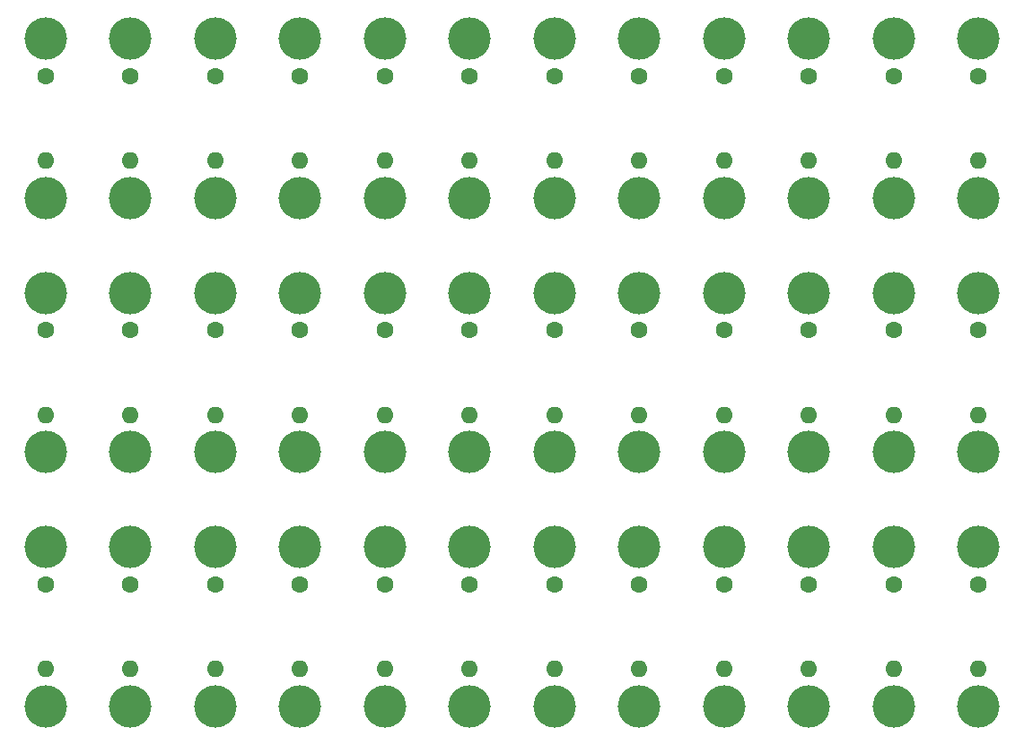
<source format=gbr>
%TF.GenerationSoftware,KiCad,Pcbnew,8.0.2*%
%TF.CreationDate,2024-06-26T22:47:50+07:00*%
%TF.ProjectId,resistor_pitch_15mm_Panel,72657369-7374-46f7-925f-70697463685f,rev?*%
%TF.SameCoordinates,Original*%
%TF.FileFunction,Soldermask,Top*%
%TF.FilePolarity,Negative*%
%FSLAX46Y46*%
G04 Gerber Fmt 4.6, Leading zero omitted, Abs format (unit mm)*
G04 Created by KiCad (PCBNEW 8.0.2) date 2024-06-26 22:47:50*
%MOMM*%
%LPD*%
G01*
G04 APERTURE LIST*
%ADD10C,4.000000*%
%ADD11C,1.600000*%
%ADD12O,1.600000X1.600000*%
G04 APERTURE END LIST*
D10*
%TO.C,J2*%
X3000000Y-50500500D03*
%TD*%
%TO.C,J1*%
X43000000Y-11500500D03*
%TD*%
%TO.C,J1*%
X11000000Y-59500500D03*
%TD*%
D11*
%TO.C,R1*%
X75000000Y-14990500D03*
D12*
X75000000Y-22990500D03*
%TD*%
D10*
%TO.C,J1*%
X59000000Y-59500500D03*
%TD*%
%TO.C,J2*%
X75000000Y-50500500D03*
%TD*%
%TO.C,J2*%
X67000000Y-50500500D03*
%TD*%
%TO.C,J2*%
X75000000Y-26500500D03*
%TD*%
%TO.C,J1*%
X35000000Y-59500500D03*
%TD*%
D11*
%TO.C,R1*%
X91000000Y-38990500D03*
D12*
X91000000Y-46990500D03*
%TD*%
D10*
%TO.C,J2*%
X67000000Y-26500500D03*
%TD*%
D11*
%TO.C,R1*%
X19000000Y-62990500D03*
D12*
X19000000Y-70990500D03*
%TD*%
D11*
%TO.C,R1*%
X35000000Y-38990500D03*
D12*
X35000000Y-46990500D03*
%TD*%
D10*
%TO.C,J1*%
X91000000Y-59500500D03*
%TD*%
%TO.C,J1*%
X83000000Y-11500500D03*
%TD*%
D11*
%TO.C,R1*%
X35000000Y-62990500D03*
D12*
X35000000Y-70990500D03*
%TD*%
D11*
%TO.C,R1*%
X59000000Y-14990500D03*
D12*
X59000000Y-22990500D03*
%TD*%
D10*
%TO.C,J1*%
X51000000Y-59500500D03*
%TD*%
%TO.C,J2*%
X51000000Y-26500500D03*
%TD*%
D11*
%TO.C,R1*%
X11000000Y-62990500D03*
D12*
X11000000Y-70990500D03*
%TD*%
D11*
%TO.C,R1*%
X83000000Y-38990500D03*
D12*
X83000000Y-46990500D03*
%TD*%
D10*
%TO.C,J2*%
X59000000Y-50500500D03*
%TD*%
D11*
%TO.C,R1*%
X83000000Y-62990500D03*
D12*
X83000000Y-70990500D03*
%TD*%
D10*
%TO.C,J1*%
X91000000Y-35500500D03*
%TD*%
%TO.C,J2*%
X35000000Y-26500500D03*
%TD*%
%TO.C,J1*%
X27000000Y-59500500D03*
%TD*%
%TO.C,J1*%
X67000000Y-11500500D03*
%TD*%
%TO.C,J1*%
X11000000Y-35500500D03*
%TD*%
%TO.C,J2*%
X19000000Y-50500500D03*
%TD*%
%TO.C,J2*%
X59000000Y-74500500D03*
%TD*%
D11*
%TO.C,R1*%
X43000000Y-62990500D03*
D12*
X43000000Y-70990500D03*
%TD*%
D10*
%TO.C,J2*%
X3000000Y-74500500D03*
%TD*%
D11*
%TO.C,R1*%
X75000000Y-38990500D03*
D12*
X75000000Y-46990500D03*
%TD*%
D10*
%TO.C,J1*%
X83000000Y-59500500D03*
%TD*%
D11*
%TO.C,R1*%
X83000000Y-14990500D03*
D12*
X83000000Y-22990500D03*
%TD*%
D10*
%TO.C,J1*%
X3000000Y-11500500D03*
%TD*%
D11*
%TO.C,R1*%
X11000000Y-14990500D03*
D12*
X11000000Y-22990500D03*
%TD*%
D10*
%TO.C,J2*%
X43000000Y-74500500D03*
%TD*%
D11*
%TO.C,R1*%
X59000000Y-38990500D03*
D12*
X59000000Y-46990500D03*
%TD*%
D10*
%TO.C,J1*%
X75000000Y-11500500D03*
%TD*%
D11*
%TO.C,R1*%
X59000000Y-62990500D03*
D12*
X59000000Y-70990500D03*
%TD*%
D10*
%TO.C,J1*%
X35000000Y-11500500D03*
%TD*%
D11*
%TO.C,R1*%
X51000000Y-14990500D03*
D12*
X51000000Y-22990500D03*
%TD*%
D10*
%TO.C,J1*%
X59000000Y-35500500D03*
%TD*%
%TO.C,J1*%
X83000000Y-35500500D03*
%TD*%
%TO.C,J2*%
X43000000Y-50500500D03*
%TD*%
%TO.C,J2*%
X91000000Y-50500500D03*
%TD*%
%TO.C,J1*%
X43000000Y-35500500D03*
%TD*%
%TO.C,J2*%
X11000000Y-74500500D03*
%TD*%
%TO.C,J2*%
X59000000Y-26500500D03*
%TD*%
%TO.C,J1*%
X43000000Y-59500500D03*
%TD*%
%TO.C,J2*%
X83000000Y-74500500D03*
%TD*%
D11*
%TO.C,R1*%
X27000000Y-14990500D03*
D12*
X27000000Y-22990500D03*
%TD*%
D10*
%TO.C,J2*%
X27000000Y-50500500D03*
%TD*%
D11*
%TO.C,R1*%
X11000000Y-38990500D03*
D12*
X11000000Y-46990500D03*
%TD*%
D10*
%TO.C,J1*%
X75000000Y-35500500D03*
%TD*%
%TO.C,J1*%
X11000000Y-11500500D03*
%TD*%
%TO.C,J1*%
X35000000Y-35500500D03*
%TD*%
D11*
%TO.C,R1*%
X75000000Y-62990500D03*
D12*
X75000000Y-70990500D03*
%TD*%
D11*
%TO.C,R1*%
X35000000Y-14990500D03*
D12*
X35000000Y-22990500D03*
%TD*%
D11*
%TO.C,R1*%
X43000000Y-38990500D03*
D12*
X43000000Y-46990500D03*
%TD*%
D11*
%TO.C,R1*%
X51000000Y-62990500D03*
D12*
X51000000Y-70990500D03*
%TD*%
D10*
%TO.C,J2*%
X43000000Y-26500500D03*
%TD*%
%TO.C,J1*%
X3000000Y-59500500D03*
%TD*%
%TO.C,J1*%
X27000000Y-11500500D03*
%TD*%
%TO.C,J2*%
X91000000Y-26500500D03*
%TD*%
%TO.C,J2*%
X75000000Y-74500500D03*
%TD*%
%TO.C,J1*%
X67000000Y-35500500D03*
%TD*%
%TO.C,J2*%
X3000000Y-26500500D03*
%TD*%
%TO.C,J2*%
X11000000Y-50500500D03*
%TD*%
D11*
%TO.C,R1*%
X3000000Y-14990500D03*
D12*
X3000000Y-22990500D03*
%TD*%
D10*
%TO.C,J2*%
X83000000Y-50500500D03*
%TD*%
%TO.C,J2*%
X51000000Y-74500500D03*
%TD*%
%TO.C,J2*%
X35000000Y-74500500D03*
%TD*%
%TO.C,J2*%
X27000000Y-26500500D03*
%TD*%
%TO.C,J2*%
X67000000Y-74500500D03*
%TD*%
%TO.C,J1*%
X19000000Y-11500500D03*
%TD*%
D11*
%TO.C,R1*%
X91000000Y-14990500D03*
D12*
X91000000Y-22990500D03*
%TD*%
D10*
%TO.C,J1*%
X59000000Y-11500500D03*
%TD*%
%TO.C,J1*%
X3000000Y-35500500D03*
%TD*%
D11*
%TO.C,R1*%
X19000000Y-38990500D03*
D12*
X19000000Y-46990500D03*
%TD*%
D10*
%TO.C,J2*%
X83000000Y-26500500D03*
%TD*%
D11*
%TO.C,R1*%
X67000000Y-14990500D03*
D12*
X67000000Y-22990500D03*
%TD*%
D10*
%TO.C,J2*%
X51000000Y-50500500D03*
%TD*%
D11*
%TO.C,R1*%
X51000000Y-38990500D03*
D12*
X51000000Y-46990500D03*
%TD*%
D10*
%TO.C,J1*%
X75000000Y-59500500D03*
%TD*%
%TO.C,J1*%
X51000000Y-11500500D03*
%TD*%
D11*
%TO.C,R1*%
X43000000Y-14990500D03*
D12*
X43000000Y-22990500D03*
%TD*%
D10*
%TO.C,J1*%
X19000000Y-35500500D03*
%TD*%
%TO.C,J2*%
X27000000Y-74500500D03*
%TD*%
D11*
%TO.C,R1*%
X19000000Y-14990500D03*
D12*
X19000000Y-22990500D03*
%TD*%
D11*
%TO.C,R1*%
X3000000Y-62990500D03*
D12*
X3000000Y-70990500D03*
%TD*%
D10*
%TO.C,J2*%
X91000000Y-74500500D03*
%TD*%
%TO.C,J2*%
X19000000Y-74500500D03*
%TD*%
D11*
%TO.C,R1*%
X91000000Y-62990500D03*
D12*
X91000000Y-70990500D03*
%TD*%
D11*
%TO.C,R1*%
X27000000Y-38990500D03*
D12*
X27000000Y-46990500D03*
%TD*%
D11*
%TO.C,R1*%
X67000000Y-38990500D03*
D12*
X67000000Y-46990500D03*
%TD*%
D10*
%TO.C,J1*%
X27000000Y-35500500D03*
%TD*%
%TO.C,J1*%
X51000000Y-35500500D03*
%TD*%
D11*
%TO.C,R1*%
X27000000Y-62990500D03*
D12*
X27000000Y-70990500D03*
%TD*%
D10*
%TO.C,J2*%
X11000000Y-26500500D03*
%TD*%
%TO.C,J2*%
X35000000Y-50500500D03*
%TD*%
%TO.C,J2*%
X19000000Y-26500500D03*
%TD*%
D11*
%TO.C,R1*%
X67000000Y-62990500D03*
D12*
X67000000Y-70990500D03*
%TD*%
D11*
%TO.C,R1*%
X3000000Y-38990500D03*
D12*
X3000000Y-46990500D03*
%TD*%
D10*
%TO.C,J1*%
X19000000Y-59500500D03*
%TD*%
%TO.C,J1*%
X91000000Y-11500500D03*
%TD*%
%TO.C,J1*%
X67000000Y-59500500D03*
%TD*%
M02*

</source>
